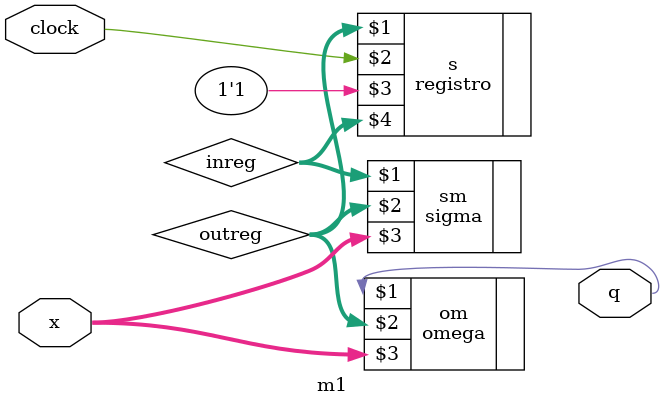
<source format=sv>
module m1(output q, input [1:2] x, input clock);

		wire [1:2] outreg;
		wire [1:2] inreg;

	registro s(outreg, clock, 1'b1, inreg);
	sigma sm(inreg, outreg, x);
	omega om(q, outreg, x);

endmodule

</source>
